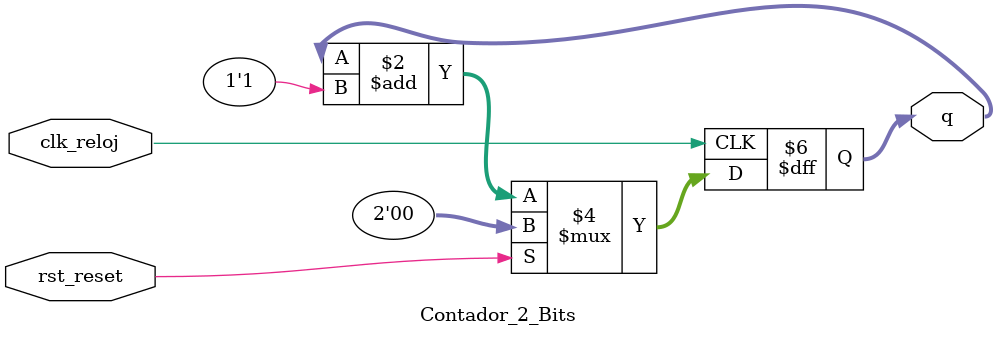
<source format=v>
`timescale 1ns / 1ps

module Contador_2_Bits(
	input wire clk_reloj,
	input wire rst_reset,
	//input wire en_enable,
	output reg [1:0] q
    );


always@(posedge clk_reloj)
	if(rst_reset)
		q <= 2'h0;
	else //if(en_enable)
		q <= q + 1'b1;

endmodule

</source>
